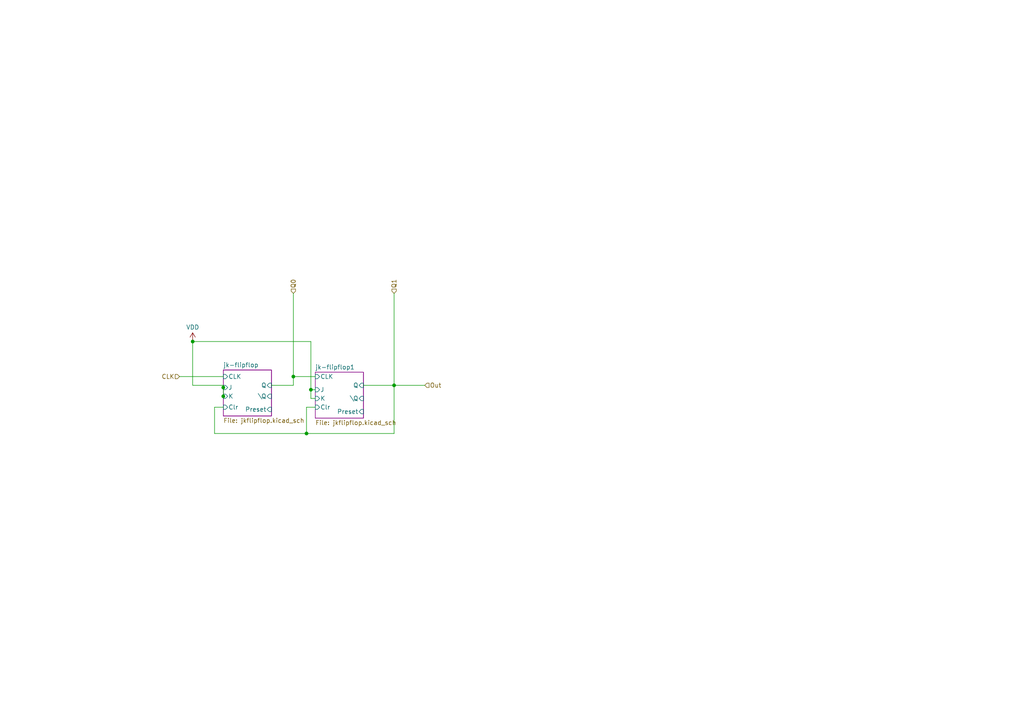
<source format=kicad_sch>
(kicad_sch (version 20250114) (generator "eeschema") (generator_version "9.0")
  (paper "A4")
  (lib_symbols
    (symbol "power:VDD" (power) (pin_numbers (hide yes)) (pin_names (offset 0) (hide yes))
      (property "Value" "VDD" (at 0 3.556 0))
      (symbol "VDD_0_1"
        (polyline (pts (xy -0.762 1.27) (xy 0 2.54)))
        (polyline (pts (xy 0 2.54) (xy 0.762 1.27)))
        (polyline (pts (xy 0 0) (xy 0 2.54)))
      )
      (symbol "VDD_1_1"
        (pin power_in line (at 0 0 90) (length 0) (name "~") (number "1"))
      )
    )
  )
  (junction (at 64.77 114.935))
  (junction (at 88.9 125.73))
  (junction (at 114.3 111.76))
  (junction (at 55.88 99.06))
  (junction (at 90.17 113.03))
  (junction (at 85.09 109.22))
  (junction (at 64.77 112.395))
  (wire (pts (xy 55.88 99.06) (xy 90.17 99.06)))
  (wire (pts (xy 91.44 115.57) (xy 90.17 115.57)))
  (wire (pts (xy 90.17 113.03) (xy 91.44 113.03)))
  (wire (pts (xy 62.23 125.73) (xy 62.23 118.11)))
  (wire (pts (xy 78.74 111.76) (xy 85.09 111.76)))
  (wire (pts (xy 64.77 115.57) (xy 64.77 114.935)))
  (wire (pts (xy 88.9 118.11) (xy 88.9 125.73)))
  (wire (pts (xy 64.77 114.935) (xy 64.77 112.395)))
  (wire (pts (xy 52.07 109.22) (xy 64.77 109.22)))
  (wire (pts (xy 85.09 109.22) (xy 91.44 109.22)))
  (wire (pts (xy 88.9 125.73) (xy 62.23 125.73)))
  (wire (pts (xy 64.77 111.76) (xy 55.88 111.76)))
  (wire (pts (xy 114.3 111.76) (xy 114.3 125.73)))
  (wire (pts (xy 85.09 111.76) (xy 85.09 109.22)))
  (wire (pts (xy 90.17 115.57) (xy 90.17 113.03)))
  (wire (pts (xy 114.3 85.09) (xy 114.3 111.76)))
  (wire (pts (xy 90.17 99.06) (xy 90.17 113.03)))
  (wire (pts (xy 85.09 85.09) (xy 85.09 109.22)))
  (wire (pts (xy 64.77 112.395) (xy 64.77 111.76)))
  (wire (pts (xy 105.41 111.76) (xy 114.3 111.76)))
  (wire (pts (xy 55.88 99.06) (xy 55.88 111.76)))
  (wire (pts (xy 114.3 111.76) (xy 123.19 111.76)))
  (wire (pts (xy 114.3 125.73) (xy 88.9 125.73)))
  (wire (pts (xy 64.77 118.11) (xy 62.23 118.11)))
  (wire (pts (xy 91.44 118.11) (xy 88.9 118.11)))
  (hierarchical_label "Q1" (shape input) (at 114.3 85.09 90))
  (hierarchical_label "Out" (shape input) (at 123.19 111.76 0))
  (hierarchical_label "Q0" (shape input) (at 85.09 85.09 90))
  (hierarchical_label "CLK" (shape input) (at 52.07 109.22 180))
  (symbol (lib_id "power:VDD") (at 55.88 99.06 0) (unit 1)
    (property "Reference" "#PWR057" (effects (hide yes)))
    (property "Value" "VDD" (at 55.88 94.9269 0))
    (property "Description" "Power symbol creates a global label with name \"VDD\"" (effects (hide yes)))
  )
  (sheet (at 64.77 107.315) (size 13.97 13.335) (stroke (width 0.1524) (color 132 0 132 1)) (fill (color 255 255 255 0.0000))
    (property "Sheetname" "jk-flipflop" (at 64.77 106.6034 0) (effects (justify left bottom)))
    (property "Sheetfile" "jkflipflop.kicad_sch" (at 64.77 121.2346 0) (effects (justify left top)))
    (pin "CLK" input (at 64.77 109.22 180))
    (pin "Clr" input (at 64.77 118.11 180))
    (pin "J" input (at 64.77 112.395 180))
    (pin "K" input (at 64.77 114.935 180))
    (pin "Preset" input (at 78.74 118.745 0))
    (pin "Q" input (at 78.74 111.76 0))
    (pin "\\Q" input (at 78.74 114.935 0))
  )
  (sheet (at 91.44 107.95) (size 13.97 13.335) (stroke (width 0.1524) (color 132 0 132 1)) (fill (color 255 255 255 0.0000))
    (property "Sheetname" "jk-flipflop1" (at 91.44 107.2384 0) (effects (justify left bottom)))
    (property "Sheetfile" "jkflipflop.kicad_sch" (at 91.44 121.8696 0) (effects (justify left top)))
    (pin "CLK" input (at 91.44 109.22 180))
    (pin "Clr" input (at 91.44 118.11 180))
    (pin "J" input (at 91.44 113.03 180))
    (pin "K" input (at 91.44 115.57 180))
    (pin "Preset" input (at 105.41 119.38 0))
    (pin "Q" input (at 105.41 111.76 0))
    (pin "\\Q" input (at 105.41 115.57 0))
  )
)
</source>
